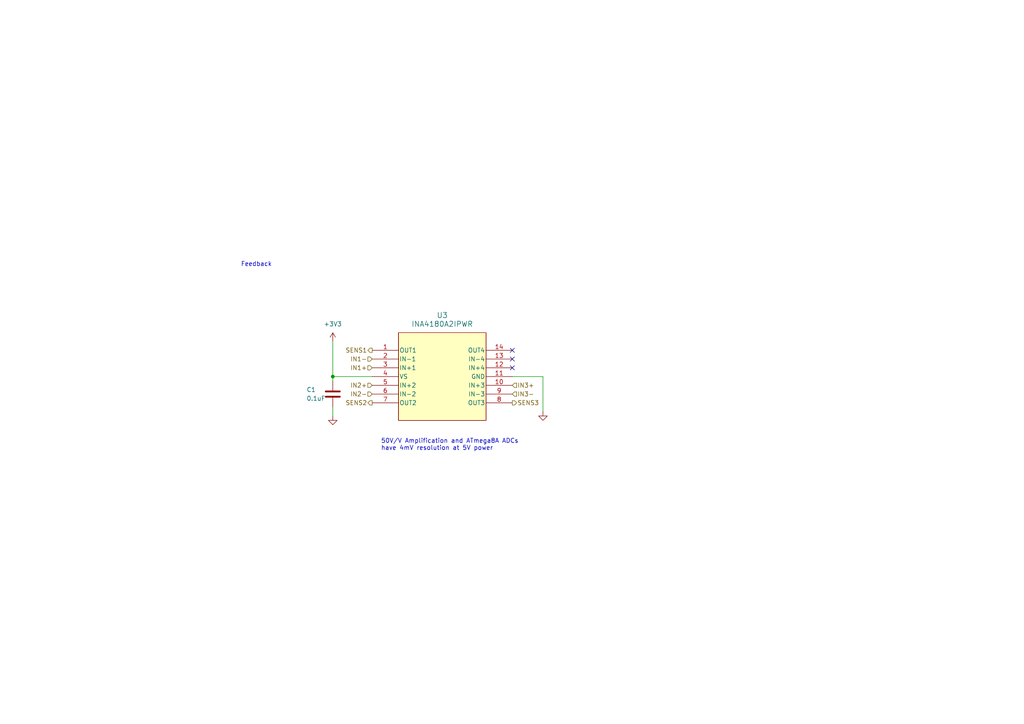
<source format=kicad_sch>
(kicad_sch (version 20230121) (generator eeschema)
  (paper "A4")
  (lib_symbols
    (symbol "Amplifier_Current:INA4180A1IPWR" (pin_names (offset 0.254))
      (property "Reference" "U" (at 20.32 10.16 0))
      (property "Value" "INA4180A1IPWR" (at 20.32 7.62 0))
      (symbol "INA4180A1IPWR_0_1"
        (polyline (pts (xy 7.62 -20.32) (xy 33.02 -20.32)) (stroke (width 0.127)))
        (polyline (pts (xy 7.62 5.08) (xy 7.62 -20.32)) (stroke (width 0.127)))
        (polyline (pts (xy 33.02 -20.32) (xy 33.02 5.08)) (stroke (width 0.127)))
        (polyline (pts (xy 33.02 5.08) (xy 7.62 5.08)) (stroke (width 0.127)))
        (pin output line (at 0 0 0) (length 7.62) (name "OUT1") (number "1"))
        (pin input line (at 40.64 -10.16 180) (length 7.62) (name "IN+3") (number "10"))
        (pin power_in line (at 40.64 -7.62 180) (length 7.62) (name "GND") (number "11"))
        (pin input line (at 40.64 -5.08 180) (length 7.62) (name "IN+4") (number "12"))
        (pin input line (at 40.64 -2.54 180) (length 7.62) (name "IN-4") (number "13"))
        (pin output line (at 40.64 0 180) (length 7.62) (name "OUT4") (number "14"))
        (pin input line (at 0 -2.54 0) (length 7.62) (name "IN-1") (number "2"))
        (pin input line (at 0 -5.08 0) (length 7.62) (name "IN+1") (number "3"))
        (pin power_in line (at 0 -7.62 0) (length 7.62) (name "VS") (number "4"))
        (pin input line (at 0 -10.16 0) (length 7.62) (name "IN+2") (number "5"))
        (pin input line (at 0 -12.7 0) (length 7.62) (name "IN-2") (number "6"))
        (pin output line (at 0 -15.24 0) (length 7.62) (name "OUT2") (number "7"))
        (pin output line (at 40.64 -15.24 180) (length 7.62) (name "OUT3") (number "8"))
        (pin input line (at 40.64 -12.7 180) (length 7.62) (name "IN-3") (number "9"))
      )
      (symbol "INA4180A1IPWR_1_1"
        (rectangle (start 7.62 5.08) (end 33.02 -20.32) (fill (type background)))
      )
    )
    (symbol "Device:C" (pin_numbers hide) (pin_names (offset 0.254))
      (property "Reference" "C" (at 0.635 2.54 0))
      (property "Value" "C" (at 0.635 -2.54 0))
      (symbol "C_0_1"
        (polyline (pts (xy -2.032 -0.762) (xy 2.032 -0.762)) (stroke (width 0.508)))
        (polyline (pts (xy -2.032 0.762) (xy 2.032 0.762)) (stroke (width 0.508)))
      )
      (symbol "C_1_1"
        (pin passive line (at 0 3.81 270) (length 2.794) (name "~") (number "1"))
        (pin passive line (at 0 -3.81 90) (length 2.794) (name "~") (number "2"))
      )
    )
    (symbol "power:+3V3" (power) (pin_names (offset 0))
      (property "Value" "+3V3" (at 0 3.556 0))
      (symbol "+3V3_0_1"
        (polyline (pts (xy -0.762 1.27) (xy 0 2.54)))
        (polyline (pts (xy 0 0) (xy 0 2.54)))
        (polyline (pts (xy 0 2.54) (xy 0.762 1.27)))
      )
      (symbol "+3V3_1_1"
        (pin power_in line (at 0 0 90) (length 0) hide (name "+3V3") (number "1"))
      )
    )
    (symbol "power:GND" (power) (pin_names (offset 0))
      (property "Value" "GND" (at 0 -3.81 0))
      (symbol "GND_0_1"
        (polyline (pts (xy 0 0) (xy 0 -1.27) (xy 1.27 -1.27) (xy 0 -2.54) (xy -1.27 -1.27) (xy 0 -1.27)))
      )
      (symbol "GND_1_1"
        (pin power_in line (at 0 0 270) (length 0) hide (name "GND") (number "1"))
      )
    )
  )
  (junction (at 96.52 109.22))
  (no_connect (at 148.59 106.68))
  (no_connect (at 148.59 101.6))
  (no_connect (at 148.59 104.14))
  (wire (pts (xy 96.52 118.11) (xy 96.52 120.65)))
  (wire (pts (xy 96.52 109.22) (xy 96.52 110.49)))
  (wire (pts (xy 157.48 109.22) (xy 148.59 109.22)))
  (wire (pts (xy 157.48 119.38) (xy 157.48 109.22)))
  (wire (pts (xy 96.52 99.06) (xy 96.52 109.22)))
  (wire (pts (xy 96.52 109.22) (xy 107.95 109.22)))
  (text "50V/V Amplification and ATmega8A ADCs \nhave 4mV resolution at 5V power" (at 110.49 130.81 0) (effects (font (size 1.27 1.27)) (justify left bottom)))
  (text "Feedback\n" (at 69.85 77.47 0) (effects (font (size 1.27 1.27)) (justify left bottom)))
  (hierarchical_label "SENS1" (shape output) (at 107.95 101.6 180))
  (hierarchical_label "IN2-" (shape input) (at 107.95 114.3 180))
  (hierarchical_label "IN3+" (shape input) (at 148.59 111.76 0))
  (hierarchical_label "IN1+" (shape input) (at 107.95 106.68 180))
  (hierarchical_label "IN2+" (shape input) (at 107.95 111.76 180))
  (hierarchical_label "IN1-" (shape input) (at 107.95 104.14 180))
  (hierarchical_label "SENS3" (shape output) (at 148.59 116.84 0))
  (hierarchical_label "SENS2" (shape output) (at 107.95 116.84 180))
  (hierarchical_label "IN3-" (shape input) (at 148.59 114.3 0))
  (symbol (lib_id "Device:C") (at 96.52 114.3 0) (unit 1)
    (property "Reference" "C1" (at 88.9 113.03 0) (effects (justify left)))
    (property "Value" "0.1uF" (at 88.9 115.57 0) (effects (justify left)))
  )
  (symbol (lib_id "power:GND") (at 96.52 120.65 0) (unit 1)
    (property "Reference" "#PWR05" (effects hide))
    (property "Value" "GND" (effects hide))
    (instances (project "BLDC_ESC" (path "" (reference "#PWR05") (unit 1)) (path "" (reference "#PWR04") (unit 1))))
  )
  (symbol (lib_id "power:GND") (at 157.48 119.38 0) (unit 1)
    (property "Reference" "#PWR03" (effects hide))
    (property "Value" "GND" (effects hide))
    (instances (project "BLDC_ESC" (path "" (reference "#PWR03") (unit 1)) (path "" (reference "#PWR05") (unit 1))))
  )
  (symbol (lib_id "Amplifier_Current:INA4180A1IPWR") (at 107.95 101.6 0) (unit 1)
    (property "Reference" "U3" (at 128.27 91.44 0) (effects (font (size 1.524 1.524))))
    (property "Value" "INA4180A2IPWR" (at 128.27 93.98 0) (effects (font (size 1.524 1.524))))
    (property "Footprint" "PW14_TEX" (effects hide))
    (property "Datasheet" "INA4180A1IPWR" (effects hide))
  )
  (symbol (lib_id "power:+3V3") (at 96.52 99.06 0) (unit 1)
    (property "Reference" "#PWR04" (effects hide))
    (property "Value" "+3V3" (at 96.52 93.98 0))
    (instances (project "BLDC_ESC" (path "" (reference "#PWR04") (unit 1)) (path "" (reference "#PWR03") (unit 1))))
  )
)
</source>
